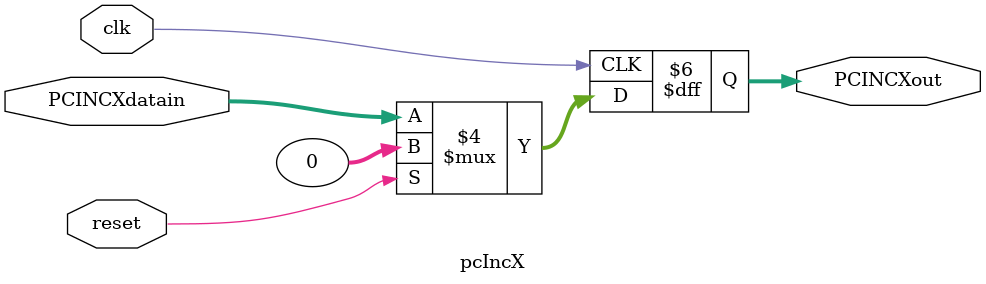
<source format=v>
module pcIncX (
    input wire clk,           // Señal de reloj
    input wire reset,         // Señal de reinicio
    input wire [31:0] PCINCXdatain, // Entrada de datos
    output reg [31:0] PCINCXout
);

always @(negedge clk) begin
    if (reset == 1) begin
        PCINCXout <= 32'b00000000000000000000000000000000;
    end
    else begin
        PCINCXout <= PCINCXdatain;
    end
end

endmodule
</source>
